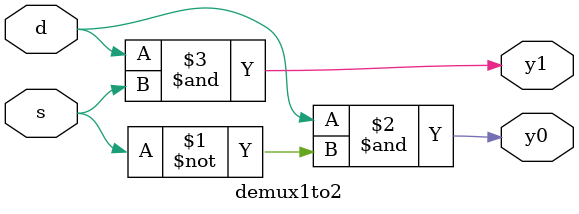
<source format=v>
`timescale 1ns / 1ps
module demux1to2(
    input d,
    input s,
	 output y0,
	 output y1
    );

assign y0 = (d&~s);
assign y1 = (d&s);

endmodule

</source>
